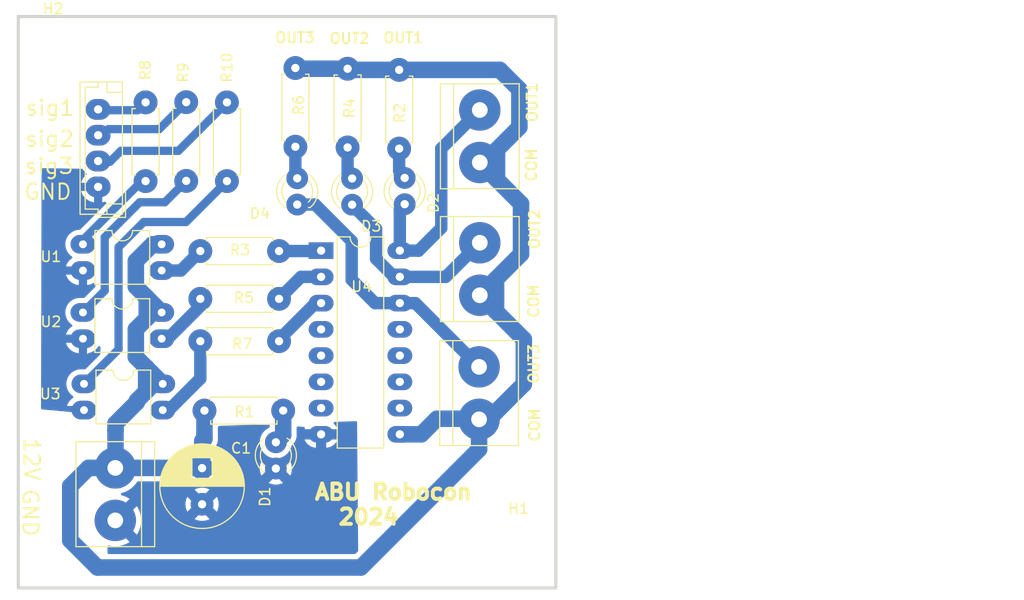
<source format=kicad_pcb>
(kicad_pcb (version 20221018) (generator pcbnew)
  (layers (0 "F.Cu" signal) (31 "B.Cu" signal) (34 "B.Paste" user) (35 "F.Paste" user) (36 "B.SilkS" user "B.Silkscreen") (37 "F.SilkS" user "F.Silkscreen") (38 "B.Mask" user) (39 "F.Mask" user) (44 "Edge.Cuts" user))
  (net 0 "")
  (net 1 "GND")
  (net 2 "/12V")
  (net 3 "/L1")
  (net 4 "/L2")
  (net 5 "/L3")
  (net 6 "/L4")
  (net 7 "/GND_1")
  (net 8 "/sig_3")
  (net 9 "/sig_2")
  (net 10 "/sig_1")
  (net 11 "/OUT_1")
  (net 12 "/1")
  (net 13 "/OUT_2")
  (net 14 "/OUT_3")
  (net 15 "/P1")
  (net 16 "/IN1")
  (net 17 "/P2")
  (net 18 "/IN2")
  (net 19 "/P3")
  (net 20 "/IN3")
  (net 29 "/2")
  (net 30 "/3")
  (footprint "MY_LIB:Resistor_small" (layer "F.Cu") (at 71.14 63.985 -90)
    (fp_text reference "R6" (at 3.585 -0.325 90) (layer "F.SilkS"))
    (fp_text value "R" hide)
    (pad "1" thru_hole circle (at 0 0 270) (size 2.3 2.3) (drill 0.8) (layers "*.Cu" "*.Mask") (net 2 "/12V"))
    (pad "2" thru_hole circle (at 7.62 0 270) (size 2.3 2.3) (drill 0.8) (layers "*.Cu" "*.Mask") (net 6 "/L4"))
  )
  (footprint "MY_LIB:Resistor_small" (layer "F.Cu") (at 61.94 90.425)
    (fp_text reference "R7" (at 4.045 0.275) (layer "F.SilkS"))
    (fp_text value "R" hide)
    (pad "1" thru_hole circle (at 0 0) (size 2.3 2.3) (drill 0.8) (layers "*.Cu" "*.Mask") (net 19 "/P3"))
    (pad "2" thru_hole circle (at 7.62 0) (size 2.3 2.3) (drill 0.8) (layers "*.Cu" "*.Mask") (net 20 "/IN3"))
  )
  (footprint "MY_LIB:Resistor_small" (layer "F.Cu") (at 76.195 64.055 -90)
    (fp_text reference "R4" (at 3.825 -0.175 90) (layer "F.SilkS"))
    (fp_text value "R" hide)
    (pad "1" thru_hole circle (at 0 0 270) (size 2.3 2.3) (drill 0.8) (layers "*.Cu" "*.Mask") (net 2 "/12V"))
    (pad "2" thru_hole circle (at 7.62 0 270) (size 2.3 2.3) (drill 0.8) (layers "*.Cu" "*.Mask") (net 5 "/L3"))
  )
  (footprint "MountingHole:MountingHole_3mm" (layer "F.Cu") (at 47.7 62.25)
    (fp_text reference "H2" (at 0 -4) (layer "F.SilkS"))
    (fp_text value "MountingHole")
    (pad "" np_thru_hole circle (at 0 0) (size 3 3) (drill 3) (layers "*.Cu" "*.Mask"))
  )
  (footprint "MountingHole:MountingHole_3mm" (layer "F.Cu") (at 92.73 110.62)
    (fp_text reference "H1" (at 0 -4) (layer "F.SilkS"))
    (fp_text value "MountingHole")
    (pad "" np_thru_hole circle (at 0 0) (size 3 3) (drill 3) (layers "*.Cu" "*.Mask"))
  )
  (footprint "MY_LIB:LED_D3.0mm" (layer "F.Cu") (at 81.72 77.165 90)
    (fp_text reference "D2" (at 0.125 2.775 90) (layer "F.SilkS"))
    (fp_text value "LED" hide)
    (pad "1" thru_hole circle (at 0 0 90) (size 2.1 2.1) (drill 0.8) (layers "*.Cu" "*.Mask") (net 11 "/OUT_1"))
    (pad "2" thru_hole circle (at 2.54 0 90) (size 2.1 2.1) (drill 0.8) (layers "*.Cu" "*.Mask") (net 4 "/L2"))
  )
  (footprint "MY_LIB:bornier2" (layer "F.Cu") (at 53.71 107.77 90)
    (fp_text reference "J2" hide)
    (fp_text value "Conn_01x02_Pin" hide)
    (pad "1" thru_hole circle (at 0 0 90) (size 4 4) (drill 1.52) (layers "*.Cu" "*.Mask") (net 1 "GND"))
    (pad "2" thru_hole circle (at 5.08 0 90) (size 4 4) (drill 1.52) (layers "*.Cu" "*.Mask") (net 2 "/12V"))
  )
  (footprint "MY_LIB:Resistor_small" (layer "F.Cu") (at 60.575 67.29 -90)
    (fp_text reference "R9" (at -2.865 0.3 90) (layer "F.SilkS"))
    (fp_text value "R" hide)
    (pad "1" thru_hole circle (at 0 0 270) (size 2.3 2.3) (drill 0.8) (layers "*.Cu" "*.Mask") (net 9 "/sig_2"))
    (pad "2" thru_hole circle (at 7.62 0 270) (size 2.3 2.3) (drill 0.8) (layers "*.Cu" "*.Mask") (net 29 "/2"))
  )
  (footprint "Package_DIP:DIP-4_W7.62mm" (layer "F.Cu") (at 50.68 94.555)
    (fp_text reference "U3" (at -3.265 0.975) (layer "F.SilkS"))
    (fp_text value "PC817" hide)
    (pad "1" thru_hole oval (at 0 0) (size 2.4 1.8) (drill 0.762) (layers "*.Cu" "*.Mask") (net 30 "/3"))
    (pad "2" thru_hole oval (at 0 2.54) (size 2.4 1.8) (drill 0.762) (layers "*.Cu" "*.Mask") (net 7 "/GND_1"))
    (pad "3" thru_hole oval (at 7.62 2.54) (size 2.4 1.8) (drill 0.762) (layers "*.Cu" "*.Mask") (net 19 "/P3"))
    (pad "4" thru_hole oval (at 7.62 0) (size 2.4 1.8) (drill 0.762) (layers "*.Cu" "*.Mask") (net 2 "/12V"))
  )
  (footprint "Package_DIP:DIP-16_W7.62mm_LongPads" (layer "F.Cu") (at 73.63 81.66)
    (fp_text reference "U4" (at 3.925 3.48) (layer "F.SilkS"))
    (fp_text value "ULN2003A")
    (pad "1" thru_hole rect (at 0 0) (size 2.4 1.6) (drill 0.8) (layers "*.Cu" "*.Mask") (net 16 "/IN1"))
    (pad "2" thru_hole oval (at 0 2.54) (size 2.4 1.6) (drill 0.8) (layers "*.Cu" "*.Mask") (net 18 "/IN2"))
    (pad "3" thru_hole oval (at 0 5.08) (size 2.4 1.6) (drill 0.8) (layers "*.Cu" "*.Mask") (net 20 "/IN3"))
    (pad "4" thru_hole oval (at 0 7.62) (size 2.4 1.6) (drill 0.8) (layers "*.Cu" "*.Mask"))
    (pad "5" thru_hole oval (at 0 10.16) (size 2.4 1.6) (drill 0.8) (layers "*.Cu" "*.Mask"))
    (pad "6" thru_hole oval (at 0 12.7) (size 2.4 1.6) (drill 0.8) (layers "*.Cu" "*.Mask"))
    (pad "7" thru_hole oval (at 0 15.24) (size 2.4 1.6) (drill 0.8) (layers "*.Cu" "*.Mask"))
    (pad "8" thru_hole oval (at 0 17.78) (size 2.4 1.6) (drill 0.8) (layers "*.Cu" "*.Mask") (net 1 "GND"))
    (pad "9" thru_hole oval (at 7.62 17.78) (size 2.4 1.6) (drill 0.8) (layers "*.Cu" "*.Mask") (net 2 "/12V"))
    (pad "10" thru_hole oval (at 7.62 15.24) (size 2.4 1.6) (drill 0.8) (layers "*.Cu" "*.Mask"))
    (pad "11" thru_hole oval (at 7.62 12.7) (size 2.4 1.6) (drill 0.8) (layers "*.Cu" "*.Mask"))
    (pad "12" thru_hole oval (at 7.62 10.16) (size 2.4 1.6) (drill 0.8) (layers "*.Cu" "*.Mask"))
    (pad "13" thru_hole oval (at 7.62 7.62) (size 2.4 1.6) (drill 0.8) (layers "*.Cu" "*.Mask"))
    (pad "14" thru_hole oval (at 7.62 5.08) (size 2.4 1.6) (drill 0.8) (layers "*.Cu" "*.Mask") (net 14 "/OUT_3"))
    (pad "15" thru_hole oval (at 7.62 2.54) (size 2.4 1.6) (drill 0.8) (layers "*.Cu" "*.Mask") (net 13 "/OUT_2"))
    (pad "16" thru_hole oval (at 7.62 0) (size 2.4 1.6) (drill 0.8) (layers "*.Cu" "*.Mask") (net 11 "/OUT_1"))
  )
  (footprint "Package_DIP:DIP-4_W7.62mm" (layer "F.Cu") (at 50.58 81.045)
    (fp_text reference "U1" (at -3.1 1.2) (layer "F.SilkS"))
    (fp_text value "PC817" hide)
    (pad "1" thru_hole oval (at 0 0) (size 2.4 1.8) (drill 0.762) (layers "*.Cu" "*.Mask") (net 12 "/1"))
    (pad "2" thru_hole oval (at 0 2.54) (size 2.4 1.8) (drill 0.762) (layers "*.Cu" "*.Mask") (net 7 "/GND_1"))
    (pad "3" thru_hole oval (at 7.62 2.54) (size 2.4 1.8) (drill 0.762) (layers "*.Cu" "*.Mask") (net 15 "/P1"))
    (pad "4" thru_hole oval (at 7.62 0) (size 2.4 1.8) (drill 0.762) (layers "*.Cu" "*.Mask") (net 2 "/12V"))
  )
  (footprint "MY_LIB:bornier2" (layer "F.Cu") (at 88.99 80.9 -90)
    (fp_text reference "J4" hide)
    (fp_text value "Conn_01x02_Pin" hide)
    (pad "1" thru_hole circle (at 0 0 270) (size 4 4) (drill 1.52) (layers "*.Cu" "*.Mask") (net 13 "/OUT_2"))
    (pad "2" thru_hole circle (at 5.08 0 270) (size 4 4) (drill 1.52) (layers "*.Cu" "*.Mask") (net 2 "/12V"))
  )
  (footprint "MY_LIB:Resistor_small" (layer "F.Cu") (at 64.516 67.31 -90)
    (fp_text reference "R10" (at -3.365 0 90) (layer "F.SilkS"))
    (fp_text value "R" hide)
    (pad "1" thru_hole circle (at 0 0 270) (size 2.3 2.3) (drill 0.8) (layers "*.Cu" "*.Mask") (net 8 "/sig_3"))
    (pad "2" thru_hole circle (at 7.62 0 270) (size 2.3 2.3) (drill 0.8) (layers "*.Cu" "*.Mask") (net 30 "/3"))
  )
  (footprint "MY_LIB:bornier2" (layer "F.Cu") (at 88.92 92.91 -90)
    (fp_text reference "J5" hide)
    (fp_text value "Conn_01x02_Pin" hide)
    (pad "1" thru_hole circle (at 0 0 270) (size 4 4) (drill 1.52) (layers "*.Cu" "*.Mask") (net 14 "/OUT_3"))
    (pad "2" thru_hole circle (at 5.08 0 270) (size 4 4) (drill 1.52) (layers "*.Cu" "*.Mask") (net 2 "/12V"))
  )
  (footprint "MY_LIB:Resistor_small" (layer "F.Cu") (at 62.34 97.14)
    (fp_text reference "R1" (at 3.875 0.125) (layer "F.SilkS"))
    (fp_text value "R" hide)
    (pad "1" thru_hole circle (at 0 0) (size 2.3 2.3) (drill 0.8) (layers "*.Cu" "*.Mask") (net 2 "/12V"))
    (pad "2" thru_hole circle (at 7.62 0) (size 2.3 2.3) (drill 0.8) (layers "*.Cu" "*.Mask") (net 3 "/L1"))
  )
  (footprint "MY_LIB:bornier2" (layer "F.Cu") (at 88.99 68.05 -90)
    (fp_text reference "J3" hide)
    (fp_text value "Conn_01x02_Pin" hide)
    (pad "1" thru_hole circle (at 0 0 270) (size 4 4) (drill 1.52) (layers "*.Cu" "*.Mask") (net 11 "/OUT_1"))
    (pad "2" thru_hole circle (at 5.08 0 270) (size 4 4) (drill 1.52) (layers "*.Cu" "*.Mask") (net 2 "/12V"))
  )
  (footprint "MY_LIB:LED_D3.0mm" (layer "F.Cu") (at 76.63 77.215 90)
    (fp_text reference "D3" (at -2.085 1.85 180) (layer "F.SilkS"))
    (fp_text value "LED" hide)
    (pad "1" thru_hole circle (at 0 0 90) (size 2.1 2.1) (drill 0.8) (layers "*.Cu" "*.Mask") (net 13 "/OUT_2"))
    (pad "2" thru_hole circle (at 2.54 0 90) (size 2.1 2.1) (drill 0.8) (layers "*.Cu" "*.Mask") (net 5 "/L3"))
  )
  (footprint "MY_LIB:jst_4" (layer "F.Cu") (at 52.05 75.49 90)
    (fp_text reference "J1" hide)
    (fp_text value "Conn_01x04_Pin" hide)
    (pad "1" thru_hole oval (at 0 0 90) (size 2 2.4) (drill 0.8) (layers "*.Cu" "*.Mask") (net 7 "/GND_1"))
    (pad "2" thru_hole oval (at 2.5 0 90) (size 2 2.4) (drill 0.8) (layers "*.Cu" "*.Mask") (net 8 "/sig_3"))
    (pad "3" thru_hole oval (at 5 0 90) (size 2 2.4) (drill 0.8) (layers "*.Cu" "*.Mask") (net 9 "/sig_2"))
    (pad "4" thru_hole oval (at 7.5 0 90) (size 2 2.4) (drill 0.8) (layers "*.Cu" "*.Mask") (net 10 "/sig_1"))
  )
  (footprint "MY_LIB:LED_D3.0mm" (layer "F.Cu") (at 69.25 102.75 90)
    (fp_text reference "D1" (at -2.725 -1.05 90) (layer "F.SilkS"))
    (fp_text value "LED" hide)
    (pad "1" thru_hole circle (at 0 0 90) (size 2.1 2.1) (drill 0.8) (layers "*.Cu" "*.Mask") (net 1 "GND"))
    (pad "2" thru_hole circle (at 2.54 0 90) (size 2.1 2.1) (drill 0.8) (layers "*.Cu" "*.Mask") (net 3 "/L1"))
  )
  (footprint "MY_LIB:Resistor_small" (layer "F.Cu") (at 56.642 67.31 -90)
    (fp_text reference "R8" (at -3.115 0.025 90) (layer "F.SilkS"))
    (fp_text value "R" hide)
    (pad "1" thru_hole circle (at 0 0 270) (size 2.3 2.3) (drill 0.8) (layers "*.Cu" "*.Mask") (net 10 "/sig_1"))
    (pad "2" thru_hole circle (at 7.62 0 270) (size 2.3 2.3) (drill 0.8) (layers "*.Cu" "*.Mask") (net 12 "/1"))
  )
  (footprint "MY_LIB:LED_D3.0mm" (layer "F.Cu") (at 71.32 77.2 90)
    (fp_text reference "D4" (at -0.86 -3.62) (layer "F.SilkS"))
    (fp_text value "LED" hide)
    (pad "1" thru_hole circle (at 0 0 90) (size 2.1 2.1) (drill 0.8) (layers "*.Cu" "*.Mask") (net 14 "/OUT_3"))
    (pad "2" thru_hole circle (at 2.54 0 90) (size 2.1 2.1) (drill 0.8) (layers "*.Cu" "*.Mask") (net 6 "/L4"))
  )
  (footprint "MY_LIB:Resistor_small" (layer "F.Cu") (at 81.185 64.165 -90)
    (fp_text reference "R2" (at 4.175 -0.05 90) (layer "F.SilkS"))
    (fp_text value "R" hide)
    (pad "1" thru_hole circle (at 0 0 270) (size 2.3 2.3) (drill 0.8) (layers "*.Cu" "*.Mask") (net 2 "/12V"))
    (pad "2" thru_hole circle (at 7.62 0 270) (size 2.3 2.3) (drill 0.8) (layers "*.Cu" "*.Mask") (net 4 "/L2"))
  )
  (footprint "Package_DIP:DIP-4_W7.62mm" (layer "F.Cu") (at 50.58 87.645)
    (fp_text reference "U2" (at -3.1 0.9) (layer "F.SilkS"))
    (fp_text value "PC817" hide)
    (pad "1" thru_hole oval (at 0 0) (size 2.4 1.8) (drill 0.762) (layers "*.Cu" "*.Mask") (net 29 "/2"))
    (pad "2" thru_hole oval (at 0 2.54) (size 2.4 1.8) (drill 0.762) (layers "*.Cu" "*.Mask") (net 7 "/GND_1"))
    (pad "3" thru_hole oval (at 7.62 2.54) (size 2.4 1.8) (drill 0.762) (layers "*.Cu" "*.Mask") (net 17 "/P2"))
    (pad "4" thru_hole oval (at 7.62 0) (size 2.4 1.8) (drill 0.762) (layers "*.Cu" "*.Mask") (net 2 "/12V"))
  )
  (footprint "MY_LIB:Resistor_small" (layer "F.Cu") (at 61.94 86.325)
    (fp_text reference "R5" (at 4.22 -0.1) (layer "F.SilkS"))
    (fp_text value "R" hide)
    (pad "1" thru_hole circle (at 0 0) (size 2.3 2.3) (drill 0.8) (layers "*.Cu" "*.Mask") (net 17 "/P2"))
    (pad "2" thru_hole circle (at 7.62 0) (size 2.3 2.3) (drill 0.8) (layers "*.Cu" "*.Mask") (net 18 "/IN2"))
  )
  (footprint "MY_LIB:Capacitor_100uF" (layer "F.Cu") (at 62.11 106.21 90)
    (fp_text reference "C1" (at 5.425 3.775 180) (layer "F.SilkS"))
    (fp_text value "C" hide)
    (pad "1" thru_hole circle (at 0 0 90) (size 2.2 2.2) (drill 0.8) (layers "*.Cu" "*.Mask") (net 1 "GND"))
    (pad "2" thru_hole circle (at 3.5 0 90) (size 2.2 2.2) (drill 0.8) (layers "*.Cu" "*.Mask") (net 2 "/12V"))
  )
  (footprint "MY_LIB:Resistor_small" (layer "F.Cu") (at 61.94 81.7)
    (fp_text reference "R3" (at 3.845 -0.1) (layer "F.SilkS"))
    (fp_text value "R" hide)
    (pad "1" thru_hole circle (at 0 0) (size 2.3 2.3) (drill 0.8) (layers "*.Cu" "*.Mask") (net 15 "/P1"))
    (pad "2" thru_hole circle (at 7.62 0) (size 2.3 2.3) (drill 0.8) (layers "*.Cu" "*.Mask") (net 16 "/IN1"))
  )
  (gr_rect (start 44.325 59) (end 96.35 114.31) (stroke (width 0.3)) (fill none) (layer "Edge.Cuts"))
  (gr_text "ABU Robocon\n  2024" (at 72.84 108.31) (layer "F.SilkS") (effects (font (size 1.5 1.5) (thickness 0.375) bold) (justify left bottom)))
  (gr_text "GND" (at 44.6 104.62 -90) (layer "F.SilkS") (effects (font (size 1.5 1.5) (thickness 0.1875)) (justify left bottom)))
  (gr_text "OUT2" (at 74.35 61.71) (layer "F.SilkS") (effects (font (size 1 1) (thickness 0.1875)) (justify left bottom)))
  (gr_text "OUT1" (at 79.55 61.64) (layer "F.SilkS") (effects (font (size 1 1) (thickness 0.1875)) (justify left bottom)))
  (gr_text "sig2" (at 44.875 71.725) (layer "F.SilkS") (effects (font (size 1.5 1.5) (thickness 0.1875)) (justify left bottom)))
  (gr_text "COM" (at 94.88 100.26 90) (layer "F.SilkS") (effects (font (size 1 1) (thickness 0.1875)) (justify left bottom)))
  (gr_text "GND" (at 44.775 76.85) (layer "F.SilkS") (effects (font (size 1.5 1.5) (thickness 0.1875)) (justify left bottom)))
  (gr_text "sig3" (at 44.825 74.35) (layer "F.SilkS") (effects (font (size 1.5 1.5) (thickness 0.1875)) (justify left bottom)))
  (gr_text "sig1" (at 44.9 68.725) (layer "F.SilkS") (effects (font (size 1.5 1.5) (thickness 0.1875)) (justify left bottom)))
  (gr_text "12V" (at 44.73 99.66 -90) (layer "F.SilkS") (effects (font (size 1.5 1.5) (thickness 0.1875)) (justify left bottom)))
  (gr_text "OUT3" (at 69.08 61.64) (layer "F.SilkS") (effects (font (size 1 1) (thickness 0.1875)) (justify left bottom)))
  (gr_text "OUT2" (at 94.875 81.6 90) (layer "F.SilkS") (effects (font (size 1 1) (thickness 0.1875)) (justify left bottom)))
  (gr_text "COM" (at 94.575 75.1 90) (layer "F.SilkS") (effects (font (size 1 1) (thickness 0.1875)) (justify left bottom)))
  (gr_text "COM" (at 94.8 88.275 90) (layer "F.SilkS") (effects (font (size 1 1) (thickness 0.1875)) (justify left bottom)))
  (gr_text "OUT3" (at 94.8 94.63 90) (layer "F.SilkS") (effects (font (size 1 1) (thickness 0.1875)) (justify left bottom)))
  (gr_text "OUT1" (at 94.65 69.325 90) (layer "F.SilkS") (effects (font (size 1 1) (thickness 0.1875)) (justify left bottom)))
  (segment (start 90.925 64.165) (end 81.185 64.165) (width 1.6) (layer "B.Cu") (net 2))
  (segment (start 57.32873 81.045) (end 58.2 81.045) (width 1.6) (layer "B.Cu") (net 2))
  (segment (start 53.73 99) (end 53.73 98.4) (width 1.6) (layer "B.Cu") (net 2))
  (segment (start 56.5175 85.9625) (end 55.7 85.145) (width 1.6) (layer "B.Cu") (net 2))
  (segment (start 76.195 64.055) (end 71.21 64.055) (width 1.6) (layer "B.Cu") (net 2))
  (segment (start 53.73 98.4) (end 55.8 96.33) (width 1.6) (layer "B.Cu") (net 2))
  (segment (start 57.42873 94.555) (end 58.3 94.555) (width 1.6) (layer "B.Cu") (net 2))
  (segment (start 88.99 73.13) (end 89.4 73.13) (width 1.6) (layer "B.Cu") (net 2))
  (segment (start 55.7 89.27373) (end 56.751865 88.221865) (width 1.6) (layer "B.Cu") (net 2))
  (segment (start 58.3 94.555) (end 56.7175 92.9725) (width 1.6) (layer "B.Cu") (net 2))
  (segment (start 51.98 112.33) (end 77.48 112.33) (width 1.6) (layer "B.Cu") (net 2))
  (segment (start 53.73 99) (end 53.73 99.095) (width 1.6) (layer "B.Cu") (net 2))
  (segment (start 53.71 102.69) (end 51.11 102.69) (width 1.6) (layer "B.Cu") (net 2))
  (segment (start 56.751865 88.221865) (end 57.32873 87.645) (width 1.6) (layer "B.Cu") (net 2))
  (segment (start 71.21 64.055) (end 71.14 63.985) (width 1.6) (layer "B.Cu") (net 2))
  (segment (start 62.11 102.71) (end 62.13 102.69) (width 1.6) (layer "B.Cu") (net 2))
  (segment (start 90.565 84.405) (end 90.565 87.485) (width 1.6) (layer "B.Cu") (net 2))
  (segment (start 88.99 85.98) (end 90.565 84.405) (width 1.6) (layer "B.Cu") (net 2))
  (segment (start 60.43 102.69) (end 60.89 102.69) (width 1.6) (layer "B.Cu") (net 2))
  (segment (start 56.696865 92.993135) (end 56.696865 95.286865) (width 1.6) (layer "B.Cu") (net 2))
  (segment (start 56.751865 86.196865) (end 56.751865 88.221865) (width 1.6) (layer "B.Cu") (net 2))
  (segment (start 90.66 74.68) (end 90.6 74.74) (width 1.6) (layer "B.Cu") (net 2))
  (segment (start 56.696865 95.286865) (end 57.42873 94.555) (width 1.6) (layer "B.Cu") (net 2))
  (segment (start 55.8 96.33) (end 55.8 96.18373) (width 1.6) (layer "B.Cu") (net 2))
  (segment (start 92.82 69.71) (end 92.82 66.06) (width 1.6) (layer "B.Cu") (net 2))
  (segment (start 53.71 102.69) (end 53.73 102.67) (width 1.6) (layer "B.Cu") (net 2))
  (segment (start 76.305 64.165) (end 76.195 64.055) (width 1.6) (layer "B.Cu") (net 2))
  (segment (start 93.25 94.58) (end 93.25 90.24) (width 1.6) (layer "B.Cu") (net 2))
  (segment (start 92.82 66.06) (end 90.925 64.165) (width 1.6) (layer "B.Cu") (net 2))
  (segment (start 62.09 102.69) (end 62.11 102.71) (width 1.6) (layer "B.Cu") (net 2))
  (segment (start 90.565 84.405) (end 92.98 81.99) (width 1.6) (layer "B.Cu") (net 2))
  (segment (start 88.86 97.93) (end 84.84 97.93) (width 1.6) (layer "B.Cu") (net 2))
  (segment (start 58.2 87.645) (end 56.5175 85.9625) (width 1.6) (layer "B.Cu") (net 2))
  (segment (start 55.7 82.67373) (end 57.32873 81.045) (width 1.6) (layer "B.Cu") (net 2))
  (segment (start 92.98 77.12) (end 90.6 74.74) (width 1.6) (layer "B.Cu") (net 2))
  (segment (start 55.8 96.18373) (end 56.696865 95.286865) (width 1.6) (layer "B.Cu") (net 2))
  (segment (start 55.7 85.145) (end 55.7 82.67373) (width 1.6) (layer "B.Cu") (net 2))
  (segment (start 89.4 73.13) (end 90.66 71.87) (width 1.6) (layer "B.Cu") (net 2))
  (segment (start 55.7 91.955) (end 55.7 89.27373) (width 1.6) (layer "B.Cu") (net 2))
  (segment (start 56.7175 92.9725) (end 56.696865 92.993135) (width 1.6) (layer "B.Cu") (net 2))
  (segment (start 60.89 102.69) (end 62.13 101.45) (width 1.6) (layer "B.Cu") (net 2))
  (segment (start 90.66 71.87) (end 90.66 74.68) (width 1.6) (layer "B.Cu") (net 2))
  (segment (start 62.34 99.87) (end 62.34 97.14) (width 1.6) (layer "B.Cu") (net 2))
  (segment (start 53.71 102.69) (end 60.43 102.69) (width 1.6) (layer "B.Cu") (net 2))
  (segment (start 93.25 90.24) (end 90.53 87.52) (width 1.6) (layer "B.Cu") (net 2))
  (segment (start 81.185 64.165) (end 76.305 64.165) (width 1.6) (layer "B.Cu") (net 2))
  (segment (start 92.98 81.99) (end 92.98 77.12) (width 1.6) (layer "B.Cu") (net 2))
  (segment (start 90.565 87.485) (end 90.53 87.52) (width 1.6) (layer "B.Cu") (net 2))
  (segment (start 49.35 104.45) (end 49.35 109.7) (width 1.6) (layer "B.Cu") (net 2))
  (segment (start 62.13 102.69) (end 62.13 101.45) (width 1.6) (layer "B.Cu") (net 2))
  (segment (start 88.92 100.89) (end 88.92 97.99) (width 1.6) (layer "B.Cu") (net 2))
  (segment (start 88.92 97.99) (end 88.86 97.93) (width 1.6) (layer "B.Cu") (net 2))
  (segment (start 51.11 102.69) (end 49.35 104.45) (width 1.6) (layer "B.Cu") (net 2))
  (segment (start 62.13 101.45) (end 62.13 100.08) (width 1.6) (layer "B.Cu") (net 2))
  (segment (start 57.32873 87.645) (end 58.2 87.645) (width 1.6) (layer "B.Cu") (net 2))
  (segment (start 90.53 87.52) (end 88.99 85.98) (width 1.6) (layer "B.Cu") (net 2))
  (segment (start 89.84 97.99) (end 93.25 94.58) (width 1.6) (layer "B.Cu") (net 2))
  (segment (start 77.48 112.33) (end 88.92 100.89) (width 1.6) (layer "B.Cu") (net 2))
  (segment (start 90.6 74.74) (end 88.99 73.13) (width 1.6) (layer "B.Cu") (net 2))
  (segment (start 83.33 99.44) (end 81.25 99.44) (width 1.6) (layer "B.Cu") (net 2))
  (segment (start 56.7175 92.9725) (end 55.7 91.955) (width 1.6) (layer "B.Cu") (net 2))
  (segment (start 90.66 71.87) (end 92.82 69.71) (width 1.6) (layer "B.Cu") (net 2))
  (segment (start 62.13 100.08) (end 62.34 99.87) (width 1.6) (layer "B.Cu") (net 2))
  (segment (start 84.84 97.93) (end 83.33 99.44) (width 1.6) (layer "B.Cu") (net 2))
  (segment (start 60.43 102.69) (end 62.09 102.69) (width 1.6) (layer "B.Cu") (net 2))
  (segment (start 56.5175 85.9625) (end 56.751865 86.196865) (width 1.6) (layer "B.Cu") (net 2))
  (segment (start 88.92 97.99) (end 89.84 97.99) (width 1.6) (layer "B.Cu") (net 2))
  (segment (start 49.35 109.7) (end 51.98 112.33) (width 1.6) (layer "B.Cu") (net 2))
  (segment (start 53.73 102.67) (end 53.73 99) (width 1.6) (layer "B.Cu") (net 2))
  (segment (start 69.96 97.14) (end 69.96 99.5) (width 1.6) (layer "B.Cu") (net 3))
  (segment (start 69.96 99.5) (end 69.25 100.21) (width 1.6) (layer "B.Cu") (net 3))
  (segment (start 81.185 74.09) (end 81.72 74.625) (width 1.2) (layer "B.Cu") (net 4))
  (segment (start 81.36 71.96) (end 81.185 71.785) (width 1.2) (layer "B.Cu") (net 4))
  (segment (start 81.185 71.785) (end 81.185 74.09) (width 1.2) (layer "B.Cu") (net 4))
  (segment (start 76.195 71.675) (end 76.195 74.24) (width 1.2) (layer "B.Cu") (net 5))
  (segment (start 76.195 74.24) (end 76.63 74.675) (width 1.2) (layer "B.Cu") (net 5))
  (segment (start 71.14 71.605) (end 71.14 74.48) (width 1.2) (layer "B.Cu") (net 6))
  (segment (start 71.14 74.48) (end 71.32 74.66) (width 1.2) (layer "B.Cu") (net 6))
  (segment (start 54.25127 72) (end 59.826 72) (width 0.8) (layer "B.Cu") (net 8))
  (segment (start 53.18127 73.07) (end 54.25127 72) (width 0.8) (layer "B.Cu") (net 8))
  (segment (start 52.37 73.07) (end 53.18127 73.07) (width 0.8) (layer "B.Cu") (net 8))
  (segment (start 59.826 72) (end 64.516 67.31) (width 0.8) (layer "B.Cu") (net 8))
  (segment (start 53.04 69.9) (end 57.965 69.9) (width 0.8) (layer "B.Cu") (net 9))
  (segment (start 57.965 69.9) (end 60.575 67.29) (width 0.8) (layer "B.Cu") (net 9))
  (segment (start 52.37 70.57) (end 53.04 69.9) (width 0.8) (layer "B.Cu") (net 9))
  (segment (start 52.37 68.07) (end 55.882 68.07) (width 0.8) (layer "B.Cu") (net 10))
  (segment (start 55.882 68.07) (end 56.642 67.31) (width 0.8) (layer "B.Cu") (net 10))
  (segment (start 85.26 71.78) (end 88.99 68.05) (width 1.2) (layer "B.Cu") (net 11))
  (segment (start 85.26 79.47) (end 85.26 71.78) (width 1.2) (layer "B.Cu") (net 11))
  (segment (start 83.07 81.66) (end 85.26 79.47) (width 1.2) (layer "B.Cu") (net 11))
  (segment (start 81.25 81.66) (end 81.25 77.635) (width 1.2) (layer "B.Cu") (net 11))
  (segment (start 81.25 81.66) (end 83.07 81.66) (width 1.2) (layer "B.Cu") (net 11))
  (segment (start 81.25 77.635) (end 81.72 77.165) (width 1.2) (layer "B.Cu") (net 11))
  (segment (start 56.642 74.93) (end 56.281522 74.93) (width 0.8) (layer "B.Cu") (net 12))
  (segment (start 50.58 80.631522) (end 50.58 81.045) (width 0.8) (layer "B.Cu") (net 12))
  (segment (start 56.281522 74.93) (end 50.58 80.631522) (width 0.8) (layer "B.Cu") (net 12))
  (segment (start 56.642 74.93) (end 55.897006 74.93) (width 0.8) (layer "B.Cu") (net 12))
  (segment (start 81.25 84.2) (end 80.702994 84.2) (width 1.2) (layer "B.Cu") (net 13))
  (segment (start 80.702994 84.2) (end 78.95 82.447006) (width 1.2) (layer "B.Cu") (net 13))
  (segment (start 78.95 79.56) (end 76.63 77.24) (width 1.2) (layer "B.Cu") (net 13))
  (segment (start 81.25 84.2) (end 85.69 84.2) (width 1.2) (layer "B.Cu") (net 13))
  (segment (start 85.69 84.2) (end 88.99 80.9) (width 1.2) (layer "B.Cu") (net 13))
  (segment (start 76.63 77.24) (end 76.63 77.215) (width 1.2) (layer "B.Cu") (net 13))
  (segment (start 78.95 82.447006) (end 78.95 79.56) (width 1.2) (layer "B.Cu") (net 13))
  (segment (start 81.25 86.74) (end 82.75 86.74) (width 1.2) (layer "B.Cu") (net 14))
  (segment (start 76.59 80.74) (end 76.59 84.48) (width 1.2) (layer "B.Cu") (net 14))
  (segment (start 71.32 77.2) (end 73.05 77.2) (width 1.2) (layer "B.Cu") (net 14))
  (segment (start 73.05 77.2) (end 76.59 80.74) (width 1.2) (layer "B.Cu") (net 14))
  (segment (start 76.59 84.48) (end 78.85 86.74) (width 1.2) (layer "B.Cu") (net 14))
  (segment (start 78.85 86.74) (end 81.25 86.74) (width 1.2) (layer "B.Cu") (net 14))
  (segment (start 82.75 86.74) (end 88.92 92.91) (width 1.2) (layer "B.Cu") (net 14))
  (segment (start 60.055 83.585) (end 61.94 81.7) (width 1.2) (layer "B.Cu") (net 15))
  (segment (start 58.2 83.585) (end 60.055 83.585) (width 1.2) (layer "B.Cu") (net 15))
  (segment (start 73.59 81.7) (end 73.63 81.66) (width 1.2) (layer "B.Cu") (net 16))
  (segment (start 69.56 81.7) (end 73.59 81.7) (width 1.2) (layer "B.Cu") (net 16))
  (segment (start 58.788427 90.185) (end 61.94 87.033427) (width 1.2) (layer "B.Cu") (net 17))
  (segment (start 61.94 87.033427) (end 61.94 86.325) (width 1.2) (layer "B.Cu") (net 17))
  (segment (start 58.2 90.185) (end 58.788427 90.185) (width 1.2) (layer "B.Cu") (net 17))
  (segment (start 69.56 86.325) (end 71.685 84.2) (width 1.2) (layer "B.Cu") (net 18))
  (segment (start 71.685 84.2) (end 73.63 84.2) (width 1.2) (layer "B.Cu") (net 18))
  (segment (start 58.3 97.095) (end 58.888427 97.095) (width 1.2) (layer "B.Cu") (net 19))
  (segment (start 61.94 94.043427) (end 61.94 90.425) (width 1.2) (layer "B.Cu") (net 19))
  (segment (start 58.888427 97.095) (end 61.94 94.043427) (width 1.2) (layer "B.Cu") (net 19))
  (segment (start 69.56 90.425) (end 69.56 90.262994) (width 1.2) (layer "B.Cu") (net 20))
  (segment (start 73.082994 86.74) (end 73.63 86.74) (width 1.2) (layer "B.Cu") (net 20))
  (segment (start 69.56 90.262994) (end 73.082994 86.74) (width 1.2) (layer "B.Cu") (net 20))
  (segment (start 52.69 80.36) (end 52.69 85.535) (width 0.8) (layer "B.Cu") (net 29))
  (segment (start 56.07 76.98) (end 52.69 80.36) (width 0.8) (layer "B.Cu") (net 29))
  (segment (start 60.575 74.91) (end 58.505 76.98) (width 0.8) (layer "B.Cu") (net 29))
  (segment (start 58.505 76.98) (end 56.07 76.98) (width 0.8) (layer "B.Cu") (net 29))
  (segment (start 52.69 85.535) (end 50.58 87.645) (width 0.8) (layer "B.Cu") (net 29))
  (segment (start 54.025 91.21) (end 50.68 94.555) (width 0.8) (layer "B.Cu") (net 30))
  (segment (start 64.516 74.93) (end 60.556 78.89) (width 0.8) (layer "B.Cu") (net 30))
  (segment (start 56.46 78.89) (end 54.025 81.325) (width 0.8) (layer "B.Cu") (net 30))
  (segment (start 60.556 78.89) (end 56.46 78.89) (width 0.8) (layer "B.Cu") (net 30))
  (segment (start 54.025 81.325) (end 54.025 91.21) (width 0.8) (layer "B.Cu") (net 30))
  (zone (net 0) (net_name "") (layer "B.Cu") (connect_pads (clearance 0)) (min_thickness 0.25)
    (keepout (tracks allowed) (vias allowed) (pads allowed) (copperpour not_allowed) (footprints allowed))
    (fill (thermal_gap 0.5) (thermal_bridge_width 0.5))
    (polygon (pts (xy 62.3 87.025) (xy 62.275 95.7) (xy 57.975 90.7)))
  )
  (zone (net 0) (net_name "") (layer "B.Cu") (connect_pads (clearance 0)) (min_thickness 0.25)
    (keepout (tracks allowed) (vias allowed) (pads allowed) (copperpour not_allowed) (footprints allowed))
    (fill (thermal_gap 0.5) (thermal_bridge_width 0.5))
    (polygon (pts (xy 65.925 66.45) (xy 65.875 75.825) (xy 60.175 76.1)))
  )
  (zone (net 0) (net_name "") (layer "B.Cu") (connect_pads (clearance 0)) (min_thickness 0.25)
    (keepout (tracks allowed) (vias allowed) (pads allowed) (copperpour not_allowed) (footprints allowed))
    (fill (thermal_gap 0.5) (thermal_bridge_width 0.5))
    (polygon (pts (xy 62.2 85.35) (xy 65.875 75.825) (xy 57.225 79.775)))
  )
  (zone (net 0) (net_name "") (layer "B.Cu") (connect_pads (clearance 0)) (min_thickness 0.25)
    (keepout (tracks allowed) (vias allowed) (pads allowed) (copperpour not_allowed) (footprints allowed))
    (fill (thermal_gap 0.5) (thermal_bridge_width 0.5))
    (polygon (pts (xy 51.022345 89.681184) (xy 50.972345 91.681184) (xy 52.372345 90.606184)))
  )
  (zone (net 1) (net_name "GND") (layer "B.Cu") (priority 1) (connect_pads (clearance 0.5)) (min_thickness 0.25) (fill yes (thermal_gap 0.5) (thermal_bridge_width 1))
    (polygon (pts (xy 52.85 99) (xy 77.11 98.16) (xy 77.23 112.04) (xy 52.97 112.52)))
  )
  (zone (net 0) (net_name "") (layer "B.Cu") (connect_pads (clearance 0)) (min_thickness 0.25)
    (keepout (tracks allowed) (vias allowed) (pads allowed) (copperpour not_allowed) (footprints allowed))
    (fill (thermal_gap 0.5) (thermal_bridge_width 0.5))
    (polygon (pts (xy 68.9 82.7) (xy 69.65 98.5) (xy 73.25 98.85) (xy 73.325 82.5)))
  )
  (zone (net 7) (net_name "/GND_1") (layer "B.Cu") (connect_pads (clearance 0.5)) (min_thickness 0.25) (fill yes (thermal_gap 0.5) (thermal_bridge_width 0.8))
    (polygon (pts (xy 46.575 73.675) (xy 52.975 73.775) (xy 52.02 97.52) (xy 46.52 97.02)))
  )
)
</source>
